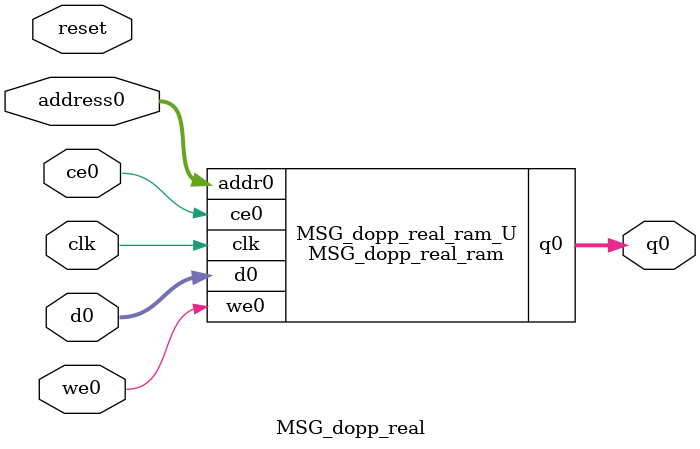
<source format=v>
`timescale 1 ns / 1 ps
module MSG_dopp_real_ram (addr0, ce0, d0, we0, q0,  clk);

parameter DWIDTH = 32;
parameter AWIDTH = 16;
parameter MEM_SIZE = 40000;

input[AWIDTH-1:0] addr0;
input ce0;
input[DWIDTH-1:0] d0;
input we0;
output reg[DWIDTH-1:0] q0;
input clk;

(* ram_style = "block" *)reg [DWIDTH-1:0] ram[0:MEM_SIZE-1];




always @(posedge clk)  
begin 
    if (ce0) 
    begin
        if (we0) 
        begin 
            ram[addr0] <= d0; 
        end 
        q0 <= ram[addr0];
    end
end


endmodule

`timescale 1 ns / 1 ps
module MSG_dopp_real(
    reset,
    clk,
    address0,
    ce0,
    we0,
    d0,
    q0);

parameter DataWidth = 32'd32;
parameter AddressRange = 32'd40000;
parameter AddressWidth = 32'd16;
input reset;
input clk;
input[AddressWidth - 1:0] address0;
input ce0;
input we0;
input[DataWidth - 1:0] d0;
output[DataWidth - 1:0] q0;



MSG_dopp_real_ram MSG_dopp_real_ram_U(
    .clk( clk ),
    .addr0( address0 ),
    .ce0( ce0 ),
    .we0( we0 ),
    .d0( d0 ),
    .q0( q0 ));

endmodule


</source>
